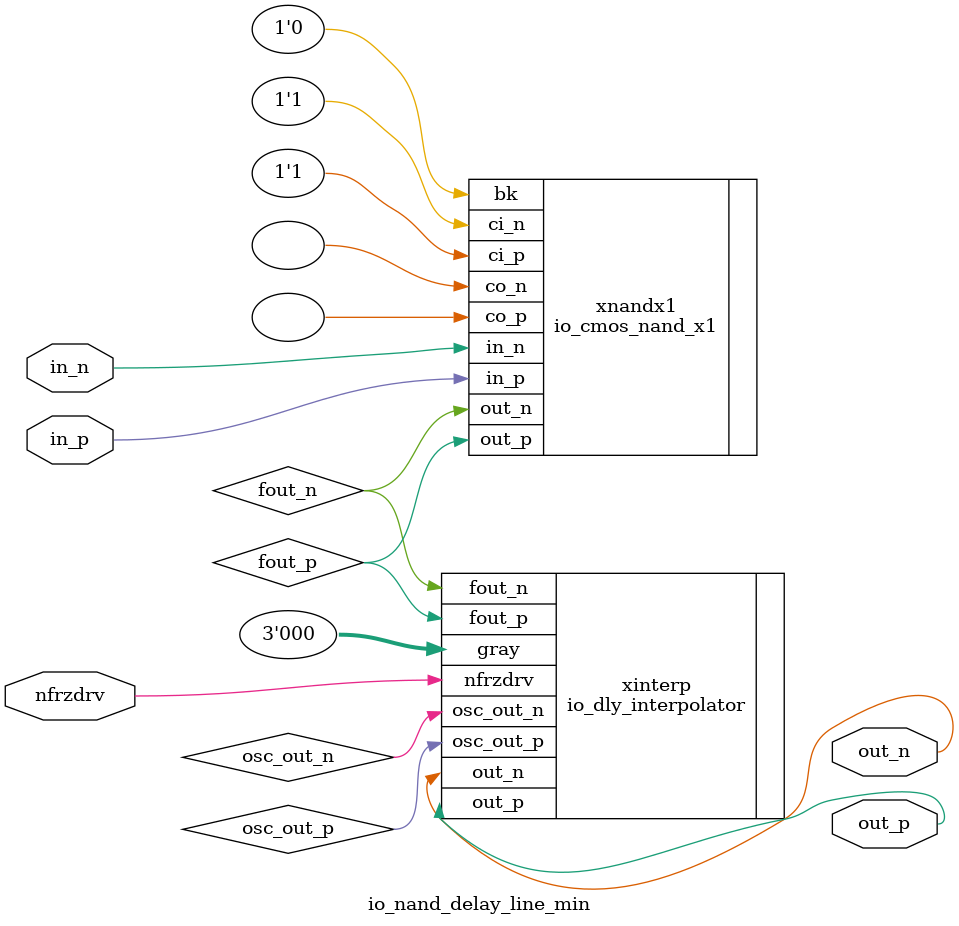
<source format=v>


//---------------------------------------------------------------------------------------------------------------------------------------------
//  io_nand_delay_line_min
//---------------------------------------------------------------------------------------------------------------------------------------------

module io_nand_delay_line_min(
input         nfrzdrv,
input         in_p,
input         in_n,
output        out_p,
output        out_n
);

`ifdef TIMESCALE_EN
                timeunit 1ps;
                timeprecision 1ps;
`endif

parameter   NAND_DELAY = 20;

wire         fout_p;
wire         fout_n;
wire         osc_out_p;
wire         osc_out_n;

//---------------------------------------------------------------------------------------------------------------------------------------------
//  
//---------------------------------------------------------------------------------------------------------------------------------------------

io_cmos_nand_x1 xnandx1 (
.in_p       ( in_p	),
.in_n       ( in_n	),
.bk         ( 1'b0	),
.ci_p       ( 1'b1	),
.ci_n       ( 1'b1	),
.out_p      ( fout_p	),
.out_n      ( fout_n	),
.co_p       ( 		),
.co_n       ( 		)
);

io_dly_interpolator xinterp (
.nfrzdrv    ( nfrzdrv     ),
.fout_p     ( fout_p      ),
.fout_n     ( fout_n      ),
.gray       ( 3'b000      ),
.out_p      ( out_p       ),
.out_n      ( out_n       ),
.osc_out_p  ( osc_out_p   ),
.osc_out_n  ( osc_out_n   )
);

endmodule




</source>
